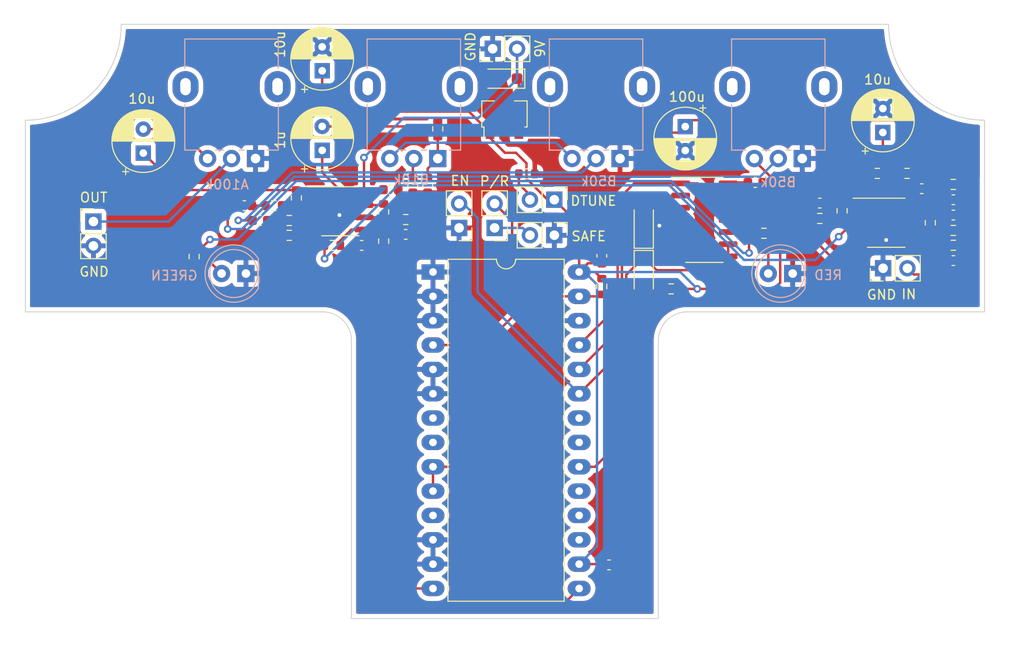
<source format=kicad_pcb>
(kicad_pcb (version 20221018) (generator pcbnew)
  (layers (0 "F.Cu" signal) (31 "B.Cu" signal) (34 "B.Paste" user) (35 "F.Paste" user) (36 "B.SilkS" user "B.Silkscreen") (37 "F.SilkS" user "F.Silkscreen") (38 "B.Mask" user) (39 "F.Mask" user) (44 "Edge.Cuts" user))
  (net 0 "")
  (net 1 "+5V")
  (net 2 "GND")
  (net 3 "Net-(C2-Pad1)")
  (net 4 "Net-(C2-Pad2)")
  (net 5 "IN1")
  (net 6 "Net-(U1B-+)")
  (net 7 "Net-(C4-Pad2)")
  (net 8 "Net-(C5-Pad1)")
  (net 9 "Net-(C5-Pad2)")
  (net 10 "+9V")
  (net 11 "4.5V")
  (net 12 "Net-(U2-SP+)")
  (net 13 "Net-(C13-Pad2)")
  (net 14 "Net-(U2-SP)")
  (net 15 "Net-(C14-Pad2)")
  (net 16 "Net-(C15-Pad1)")
  (net 17 "Net-(C15-Pad2)")
  (net 18 "Net-(C16-Pad1)")
  (net 19 "Net-(C17-Pad1)")
  (net 20 "Net-(C18-Pad1)")
  (net 21 "Net-(C18-Pad2)")
  (net 22 "Net-(C19-Pad1)")
  (net 23 "Net-(C19-Pad2)")
  (net 24 "Net-(C20-Pad1)")
  (net 25 "Net-(C20-Pad2)")
  (net 26 "Net-(D1-K)")
  (net 27 "Net-(D1-A)")
  (net 28 "Net-(D2-A)")
  (net 29 "Net-(D3-A)")
  (net 30 "Net-(D5-A)")
  (net 31 "Net-(J2-Pin_2)")
  (net 32 "Net-(J3-Pin_2)")
  (net 33 "Net-(J4-Pin_2)")
  (net 34 "Net-(R2-Pad2)")
  (net 35 "Net-(U2-ANA_IN)")
  (net 36 "Net-(U1B--)")
  (net 37 "Net-(U1A--)")
  (net 38 "Net-(R13-Pad1)")
  (net 39 "Net-(U4B--)")
  (net 40 "Net-(U4B-+)")
  (net 41 "Net-(U4A-+)")
  (net 42 "Net-(U4A--)")
  (net 43 "Net-(RV1-Pad3)")
  (net 44 "OUT1")
  (net 53 "Net-(U2-~{EOM})")
  (footprint "Package_SO:SO-14_3.9x8.65mm_P1.27mm" (layer "F.Cu") (at 70.8 20.4)
    (fp_text reference "U3" hide)
    (fp_text value "CD4001BM")
  )
  (footprint "Resistor_SMD:R_0603_1608Metric" (layer "F.Cu") (at 25.91 18.915)
    (fp_text reference "R22" hide)
    (fp_text value "10k")
  )
  (footprint "Capacitor_SMD:C_0603_1608Metric" (layer "F.Cu") (at 96.75 18.3 180)
    (fp_text reference "C2" hide)
    (fp_text value "100n")
  )
  (footprint "Capacitor_SMD:C_0603_1608Metric" (layer "F.Cu") (at 41.95 16.8 -90)
    (fp_text reference "C16" hide)
    (fp_text value "22n")
  )
  (footprint "Capacitor_SMD:C_0603_1608Metric" (layer "F.Cu") (at 24.46 20.465)
    (fp_text reference "C18" hide)
    (fp_text value "100n")
  )
  (footprint "Capacitor_SMD:C_0603_1608Metric" (layer "F.Cu") (at 40.4 16.8 -90)
    (fp_text reference "C17" hide)
    (fp_text value "220n")
  )
  (footprint "Capacitor_SMD:C_0603_1608Metric" (layer "F.Cu") (at 35.06 23.065)
    (fp_text reference "C14" hide)
    (fp_text value "100n")
  )
  (footprint "Capacitor_SMD:C_0603_1608Metric" (layer "F.Cu") (at 96.75 24.65 180)
    (fp_text reference "C3" hide)
    (fp_text value "100n")
  )
  (footprint "Package_SO:SOIC-8_3.9x4.9mm_P1.27mm" (layer "F.Cu") (at 32.835 19.5)
    (fp_text reference "U4" hide)
    (fp_text value "TL072")
  )
  (footprint "Capacitor_SMD:C_0603_1608Metric" (layer "F.Cu") (at 93.45 17.15 180)
    (fp_text reference "C6" hide)
    (fp_text value "100n")
  )
  (footprint "Connector_PinHeader_2.54mm:PinHeader_1x02_P2.54mm_Vertical" (layer "F.Cu") (at 7.1 20.575)
    (fp_text reference "J7" hide)
    (fp_text value "OUT")
  )
  (footprint "Resistor_SMD:R_0603_1608Metric" (layer "F.Cu") (at 32.01 23.065 180)
    (fp_text reference "R16" hide)
    (fp_text value "470k")
  )
  (footprint "Resistor_SMD:R_0603_1608Metric" (layer "F.Cu") (at 77 21.8)
    (fp_text reference "R13" hide)
    (fp_text value "1k")
  )
  (footprint "Diode_SMD:D_SOD-123" (layer "F.Cu") (at 64.475 21 90)
    (fp_text reference "D1" hide)
    (fp_text value "1N4148W")
  )
  (footprint "Capacitor_SMD:C_0603_1608Metric" (layer "F.Cu") (at 38.1 17.25 180)
    (fp_text reference "C7" hide)
    (fp_text value "100n")
  )
  (footprint "Resistor_SMD:R_0603_1608Metric" (layer "F.Cu") (at 91.925 15.55)
    (fp_text reference "R9" hide)
    (fp_text value "10k")
  )
  (footprint "Resistor_SMD:R_0603_1608Metric" (layer "F.Cu") (at 28.26 18.115 90)
    (fp_text reference "R21" hide)
    (fp_text value "47k")
  )
  (footprint "Diode_SMD:D_SOD-123F" (layer "F.Cu") (at 49.865 5.66738 180)
    (fp_text reference "D4" hide)
    (fp_text value "SM4007")
  )
  (footprint "Resistor_SMD:R_0603_1608Metric" (layer "F.Cu") (at 17.6 24.225 90)
    (fp_text reference "R2" hide)
    (fp_text value "1k")
  )
  (footprint "Resistor_SMD:R_0603_1608Metric" (layer "F.Cu") (at 88.825 15.55)
    (fp_text reference "R10" hide)
    (fp_text value "10k")
  )
  (footprint "Resistor_SMD:R_0603_1608Metric" (layer "F.Cu") (at 60.1 27.35 90)
    (fp_text reference "R11" hide)
    (fp_text value "47k")
  )
  (footprint "Capacitor_SMD:C_0603_1608Metric" (layer "F.Cu") (at 60.1 24.15 90)
    (fp_text reference "C12" hide)
    (fp_text value "100n")
  )
  (footprint "Resistor_SMD:R_0603_1608Metric" (layer "F.Cu") (at 96.75 23.05 180)
    (fp_text reference "R4" hide)
    (fp_text value "470k")
  )
  (footprint "Resistor_SMD:R_0603_1608Metric" (layer "F.Cu") (at 27.51 22.015 180)
    (fp_text reference "R20" hide)
    (fp_text value "10k")
  )
  (footprint "Package_DIP:DIP-28_W15.24mm_LongPads" (layer "F.Cu") (at 42.5 25.84)
    (fp_text reference "U2" hide)
    (fp_text value "~")
  )
  (footprint "Capacitor_THT:CP_Radial_D6.3mm_P2.50mm" (layer "F.Cu") (at 68.8 10.667621 -90)
    (fp_text reference "C11" hide)
    (fp_text value "100u")
  )
  (footprint "Connector_PinHeader_2.54mm:PinHeader_1x02_P2.54mm_Vertical" (layer "F.Cu") (at 55.15 18.3 -90)
    (fp_text reference "J4" hide)
    (fp_text value "DTUNE")
  )
  (footprint "Resistor_SMD:R_0603_1608Metric" (layer "F.Cu") (at 94.35 20.7 90)
    (fp_text reference "R5" hide)
    (fp_text value "10k")
  )
  (footprint "Connector_PinHeader_2.54mm:PinHeader_1x02_P2.54mm_Vertical" (layer "F.Cu") (at 89.425 25.45 90)
    (fp_text reference "J6" hide)
    (fp_text value "IN")
  )
  (footprint "Package_TO_SOT_SMD:SOT-89-3" (layer "F.Cu") (at 49.95 9.35 90)
    (fp_text reference "U5" hide)
    (fp_text value "L78L05_SOT89")
  )
  (footprint "Connector_PinHeader_2.54mm:PinHeader_1x02_P2.54mm_Vertical" (layer "F.Cu") (at 48.725 2.55 90)
    (fp_text reference "J5" hide)
    (fp_text value "PWR")
  )
  (footprint "Connector_PinHeader_2.54mm:PinHeader_1x02_P2.54mm_Vertical" (layer "F.Cu") (at 45.225 21.24 180)
    (fp_text reference "J1" hide)
    (fp_text value "EN")
  )
  (footprint "Capacitor_SMD:C_0603_1608Metric" (layer "F.Cu") (at 82.825 18.65 180)
    (fp_text reference "C5" hide)
    (fp_text value "100n")
  )
  (footprint "Capacitor_SMD:C_0603_1608Metric" (layer "F.Cu") (at 39.66 21.915)
    (fp_text reference "C13" hide)
    (fp_text value "100n")
  )
  (footprint "Resistor_SMD:R_0603_1608Metric" (layer "F.Cu") (at 96.75 21.5 180)
    (fp_text reference "R6" hide)
    (fp_text value "10k")
  )
  (footprint "Capacitor_THT:CP_Radial_D6.3mm_P2.50mm" (layer "F.Cu") (at 89.4 11.282379 90)
    (fp_text reference "C9" hide)
    (fp_text value "10u")
  )
  (footprint "Capacitor_SMD:C_0603_1608Metric" (layer "F.Cu") (at 76.1 16.5 180)
    (fp_text reference "C8" hide)
    (fp_text value "100n")
  )
  (footprint "Resistor_SMD:R_0603_1608Metric" (layer "F.Cu") (at 67.325 27.6)
    (fp_text reference "R1" hide)
    (fp_text value "47k")
  )
  (footprint "Capacitor_SMD:C_0603_1608Metric" (layer "F.Cu") (at 96.75 19.9)
    (fp_text reference "C4" hide)
    (fp_text value "100n")
  )
  (footprint "Connector_PinHeader_2.54mm:PinHeader_1x02_P2.54mm_Vertical" (layer "F.Cu") (at 55.15 22 -90)
    (fp_text reference "J2" hide)
    (fp_text value "SAFE")
  )
  (footprint "Capacitor_THT:CP_Radial_D6.3mm_P2.50mm" (layer "F.Cu") (at 30.95 4.85 90)
    (fp_text reference "C10" hide)
    (fp_text value "10u")
  )
  (footprint "Capacitor_SMD:C_0603_1608Metric" (layer "F.Cu") (at 60.85 56.4)
    (fp_text reference "C1" hide)
    (fp_text value "100n")
  )
  (footprint "Resistor_SMD:R_0603_1608Metric" (layer "F.Cu") (at 96.75 16.7)
    (fp_text reference "R3" hide)
    (fp_text value "10k")
  )
  (footprint "Resistor_SMD:R_0603_1608Metric" (layer "F.Cu") (at 37.36 22.615 90)
    (fp_text reference "R15" hide)
    (fp_text value "10k")
  )
  (footprint "Diode_SMD:D_SOD-123" (layer "F.Cu") (at 64.475 25.95 -90)
    (fp_text reference "D2" hide)
    (fp_text value "1N4148W")
  )
  (footprint "Resistor_SMD:R_0603_1608Metric" (layer "F.Cu") (at 27.51 20.465)
    (fp_text reference "R19" hide)
    (fp_text value "10k")
  )
  (footprint "Resistor_SMD:R_0603_1608Metric" (layer "F.Cu") (at 37.36 19.565 90)
    (fp_text reference "R17" hide)
    (fp_text value "22k")
  )
  (footprint "Resistor_SMD:R_0603_1608Metric" (layer "F.Cu") (at 39.66 20.365 180)
    (fp_text reference "R14" hide)
    (fp_text value "10k")
  )
  (footprint "Package_SO:SOIC-8_3.9x4.9mm_P1.27mm" (layer "F.Cu") (at 89.75 20.7)
    (fp_text reference "U1" hide)
    (fp_text value "TL072")
  )
  (footprint "Resistor_SMD:R_0603_1608Metric" (layer "F.Cu") (at 52.275 15.6 180)
    (fp_text reference "R12" hide)
    (fp_text value "22")
  )
  (footprint "Capacitor_THT:CP_Radial_D6.3mm_P2.50mm" (layer "F.Cu") (at 30.95 13.15 90)
    (fp_text reference "C15" hide)
    (fp_text value "1u")
  )
  (footprint "Resistor_SMD:R_0603_1608Metric" (layer "F.Cu") (at 82.825 20.25)
    (fp_text reference "R7" hide)
    (fp_text value "10k")
  )
  (footprint "Capacitor_THT:CP_Radial_D6.3mm_P2.50mm" (layer "F.Cu") (at 12.3 13.43238 90)
    (fp_text reference "C19" hide)
    (fp_text value "10u")
  )
  (footprint "Connector_PinHeader_2.54mm:PinHeader_1x02_P2.54mm_Vertical" (layer "F.Cu") (at 48.925 21.24 180)
    (fp_text reference "J3" hide)
    (fp_text value "P/R")
  )
  (footprint "Resistor_SMD:R_0603_1608Metric" (layer "F.Cu") (at 43 10.9 -90)
    (fp_text reference "R18" hide)
    (fp_text value "1k")
  )
  (footprint "Resistor_SMD:R_0603_1608Metric" (layer "F.Cu") (at 85.15 19.45 90)
    (fp_text reference "R8" hide)
    (fp_text value "22k")
  )
  (footprint "Capacitor_SMD:C_0603_1608Metric" (layer "F.Cu") (at 22.835 18.915)
    (fp_text reference "C20" hide)
    (fp_text value "100n")
  )
  (footprint "LED_THT:LED_D5.0mm" (layer "B.Cu") (at 23 26 180)
    (fp_text reference "D3" hide)
    (fp_text value "GREEN")
  )
  (footprint "Potentiometer_THT:Potentiometer_Alpha_RD901F-40-00D_Single_Vertical" (layer "B.Cu") (at 81 14 90)
    (fp_text reference "RV4" hide)
    (fp_text value "B50k")
  )
  (footprint "LED_THT:LED_D5.0mm" (layer "B.Cu") (at 80 26 180)
    (fp_text reference "D5" hide)
    (fp_text value "RED")
  )
  (footprint "Potentiometer_THT:Potentiometer_Alpha_RD901F-40-00D_Single_Vertical" (layer "B.Cu") (at 24 14 90)
    (fp_text reference "RV3" hide)
    (fp_text value "A100k")
  )
  (footprint "Potentiometer_THT:Potentiometer_Alpha_RD901F-40-00D_Single_Vertical" (layer "B.Cu") (at 62 14 90)
    (fp_text reference "RV2" hide)
    (fp_text value "B50k")
  )
  (footprint "Potentiometer_THT:Potentiometer_Alpha_RD901F-40-00D_Single_Vertical" (layer "B.Cu") (at 43 14 90)
    (fp_text reference "RV1" hide)
    (fp_text value "B10k")
  )
  (gr_line (start 0 30) (end 31 30) (stroke (width 0.1)) (layer "Edge.Cuts"))
  (gr_line (start 0 10) (end 0 30) (stroke (width 0.1)) (layer "Edge.Cuts"))
  (gr_line (start 66 33) (end 66 62) (stroke (width 0.1)) (layer "Edge.Cuts"))
  (gr_line (start 100 10) (end 100 30) (stroke (width 0.1)) (layer "Edge.Cuts"))
  (gr_line (start 34 62) (end 66 62) (stroke (width 0.1)) (layer "Edge.Cuts"))
  (gr_line (start 34 33) (end 34 62) (stroke (width 0.1)) (layer "Edge.Cuts"))
  (gr_arc (start 10 0) (mid 7.071068 7.071068) (end 0 10) (stroke (width 0.1)) (layer "Edge.Cuts"))
  (gr_arc (start 31 30) (mid 33.12132 30.87868) (end 34 33) (stroke (width 0.1)) (layer "Edge.Cuts"))
  (gr_arc (start 100 10) (mid 92.928932 7.071068) (end 90 0) (stroke (width 0.1)) (layer "Edge.Cuts"))
  (gr_line (start 10 0) (end 90 0) (stroke (width 0.1)) (layer "Edge.Cuts"))
  (gr_arc (start 66 33) (mid 66.87868 30.87868) (end 69 30) (stroke (width 0.1)) (layer "Edge.Cuts"))
  (gr_line (start 69 30) (end 100 30) (stroke (width 0.1)) (layer "Edge.Cuts"))
  (gr_text "GREEN" (at 18.05 26.8) (layer "B.SilkS") (effects (font (size 1 1)) (justify left bottom mirror)))
  (gr_text "B50k" (at 80.45 17.05) (layer "B.SilkS") (effects (font (size 1 1)) (justify left bottom mirror)))
  (gr_text "B10k" (at 42.2 16.8) (layer "B.SilkS") (effects (font (size 1 1)) (justify left bottom mirror)))
  (gr_text "B50k" (at 61.75 16.95) (layer "B.SilkS") (effects (font (size 1 1)) (justify left bottom mirror)))
  (gr_text "A100k" (at 23.4 17.3) (layer "B.SilkS") (effects (font (size 1 1)) (justify left bottom mirror)))
  (gr_text "RED" (at 85.25 26.75) (layer "B.SilkS") (effects (font (size 1 1)) (justify left bottom mirror)))
  (gr_text "10u" (at 87.35 6.35) (layer "F.SilkS") (effects (font (size 1 1)) (justify left bottom)))
  (gr_text "SAFE" (at 56.85 22.7) (layer "F.SilkS") (effects (font (size 1 1)) (justify left bottom)))
  (gr_text "DTUNE" (at 56.75 19) (layer "F.SilkS") (effects (font (size 1 1)) (justify left bottom)))
  (gr_text "P/R" (at 47.3 16.95) (layer "F.SilkS") (effects (font (size 1 1)) (justify left bottom)))
  (gr_text "1u" (at 27.15 13.1 90) (layer "F.SilkS") (effects (font (size 1 1)) (justify left bottom)))
  (gr_text "10u" (at 10.65 8.35) (layer "F.SilkS") (effects (font (size 1 1)) (justify left bottom)))
  (gr_text "GND" (at 47 3.95 90) (layer "F.SilkS") (effects (font (size 1 1)) (justify left bottom)))
  (gr_text "EN" (at 44.25 16.9) (layer "F.SilkS") (effects (font (size 1 1)) (justify left bottom)))
  (gr_text "9V" (at 54.25 3.55 90) (layer "F.SilkS") (effects (font (size 1 1)) (justify left bottom)))
  (gr_text "10u" (at 27.15 3.6 90) (layer "F.SilkS") (effects (font (size 1 1)) (justify left bottom)))
  (gr_text "GND" (at 5.55 26.4) (layer "F.SilkS") (effects (font (size 1 1)) (justify left bottom)))
  (gr_text "GND" (at 87.65 28.8) (layer "F.SilkS") (effects (font (size 1 1)) (justify left bottom)))
  (gr_text "100u" (at 67 8.15) (layer "F.SilkS") (effects (font (size 1 1)) (justify left bottom)))
  (gr_text "OUT" (at 5.6 18.65) (layer "F.SilkS") (effects (font (size 1 1)) (justify left bottom)))
  (gr_text "IN" (at 91.25 28.75) (layer "F.SilkS") (effects (font (size 1 1)) (justify left bottom)))
  (segment (start 57.74 25.84) (end 59.415 25.84) (width 0.25) (layer "F.Cu") (net 1))
  (segment (start 60.1 24.925) (end 58.655 24.925) (width 0.25) (layer "F.Cu") (net 1))
  (segment (start 55.15 18.3) (end 57.74 20.89) (width 0.25) (layer "F.Cu") (net 1))
  (segment (start 70.05 27.6) (end 78.05 27.6) (width 0.25) (layer "F.Cu") (net 1))
  (segment (start 54.45 18.3) (end 55.15 18.3) (width 0.25) (layer "F.Cu") (net 1))
  (segment (start 75.325 17.725) (end 75.325 16.5) (width 0.25) (layer "F.Cu") (net 1))
  (segment (start 57.74 56.32) (end 59.995 56.32) (width 0.25) (layer "F.Cu") (net 1))
  (segment (start 73.365 16.5) (end 73.275 16.59) (width 0.25) (layer "F.Cu") (net 1))
  (segment (start 68.15 27.6) (end 70.05 27.6) (width 0.25) (layer "F.Cu") (net 1))
  (segment (start 75.325 16.5) (end 73.365 16.5) (width 0.25) (layer "F.Cu") (net 1))
  (segment (start 59.415 25.84) (end 60.1 26.525) (width 0.25) (layer "F.Cu") (net 1))
  (segment (start 30.95 4.85) (end 30.95 6.3) (width 0.25) (layer "F.Cu") (net 1))
  (segment (start 48.45 11.3) (end 48.45 11.85) (width 0.25) (layer "F.Cu") (net 1))
  (segment (start 78.7 21.1) (end 75.325 17.725) (width 0.25) (layer "F.Cu") (net 1))
  (segment (start 52.25 14.5) (end 52.25 16.1) (width 0.25) (layer "F.Cu") (net 1))
  (segment (start 30.95 6.3) (end 33.75 9.1) (width 0.25) (layer "F.Cu") (net 1))
  (segment (start 52.25 16.1) (end 54.45 18.3) (width 0.25) (layer "F.Cu") (net 1))
  (segment (start 59.995 56.32) (end 60.075 56.4) (width 0.25) (layer "F.Cu") (net 1))
  (segment (start 46.25 9.1) (end 48.45 11.3) (width 0.25) (layer "F.Cu") (net 1))
  (segment (start 50 13.4) (end 51.15 13.4) (width 0.25) (layer "F.Cu") (net 1))
  (segment (start 78.05 27.6) (end 78.7 26.95) (width 0.25) (layer "F.Cu") (net 1))
  (segment (start 78.7 26.95) (end 78.7 21.1) (width 0.25) (layer "F.Cu") (net 1))
  (segment (start 57.74 20.89) (end 57.74 25.84) (width 0.25) (layer "F.Cu") (net 1))
  (segment (start 58.655 24.925) (end 57.74 25.84) (width 0.25) (layer "F.Cu") (net 1))
  (segment (start 48.45 11.85) (end 50 13.4) (width 0.25) (layer "F.Cu") (net 1))
  (segment (start 33.75 9.1) (end 46.25 9.1) (width 0.25) (layer "F.Cu") (net 1))
  (segment (start 51.15 13.4) (end 52.25 14.5) (width 0.25) (layer "F.Cu") (net 1))
  (via (at 70.05 27.6) (size 0.8) (drill 0.4) (layers "F.Cu" "B.Cu") (net 1))
  (segment (start 58.29 25.84) (end 59.6 27.15) (width 0.25) (layer "B.Cu") (net 1))
  (segment (start 68.29 25.84) (end 70.05 27.6) (width 0.25) (layer "B.Cu") (net 1))
  (segment (start 57.74 25.84) (end 68.29 25.84) (width 0.25) (layer "B.Cu") (net 1))
  (segment (start 59.6 27.15) (end 59.6 54.46) (width 0.25) (layer "B.Cu") (net 1))
  (segment (start 59.6 54.46) (end 57.74 56.32) (width 0.25) (layer "B.Cu") (net 1))
  (segment (start 57.74 25.84) (end 58.29 25.84) (width 0.25) (layer "B.Cu") (net 1))
  (segment (start 88 14.95) (end 88 15.55) (width 0.25) (layer "F.Cu") (net 2))
  (segment (start 32.75 20.45) (end 32.75 19.9) (width 0.25) (layer "F.Cu") (net 2))
  (segment (start 87.855 22.605) (end 87.275 22.605) (width 0.25) (layer "F.Cu") (net 2))
  (segment (start 30.36 21.405) (end 31.795 21.405) (width 0.25) (layer "F.Cu") (net 2))
  (segment (start 31.795 21.405) (end 32.75 20.45) (width 0.25) (layer "F.Cu") (net 2))
  (via (at 32.75 19.9) (size 0.8) (drill 0.4) (layers "F.Cu" "B.Cu") (net 2))
  (via (at 66.1 21) (size 0.8) (drill 0.4) (layers "F.Cu" "B.Cu") (net 2))
  (via (at 89.75 22.5) (size 0.8) (drill 0.4) (layers "F.Cu" "B.Cu") (net 2))
  (segment (start 97.575 16.65) (end 97.575 18.2) (width 0.25) (layer "F.Cu") (net 3))
  (segment (start 97.575 18.2) (end 97.525 18.25) (width 0.25) (layer "F.Cu") (net 3))
  (segment (start 95.95 19.875) (end 95.975 19.85) (width 0.25) (layer "F.Cu") (net 4))
  (segment (start 95.975 19.85) (end 95.975 18.25) (width 0.25) (layer "F.Cu") (net 4))
  (segment (start 94.35 19.875) (end 95.95 19.875) (width 0.25) (layer "F.Cu") (net 4))
  (segment (start 92.225 20.065) (end 94.16 20.065) (width 0.25) (layer "F.Cu") (net 4))
  (segment (start 94.16 20.065) (end 94.35 19.875) (width 0.25) (layer "F.Cu") (net 4))
  (segment (start 96.075 26.1) (end 97.525 24.65) (width 0.25) (layer "F.Cu") (net 5))
  (segment (start 92.615 26.1) (end 96.075 26.1) (width 0.25) (layer "F.Cu") (net 5))
  (segment (start 91.965 25.45) (end 92.615 26.1) (width 0.25) (layer "F.Cu") (net 5))
  (segment (start 95.975 24.65) (end 95.975 23.1) (width 0.25) (layer "F.Cu") (net 6))
  (segment (start 92.225 22.605) (end 95.48 22.605) (width 0.25) (layer "F.Cu") (net 6))
  (segment (start 95.48 22.605) (end 95.925 23.05) (width 0.25) (layer "F.Cu") (net 6))
  (segment (start 95.975 23.1) (end 95.925 23.05) (width 0.25) (layer "F.Cu") (net 6))
  (segment (start 98.4 25.45) (end 96.15 27.7) (width 0.25) (layer "F.Cu") (net 7))
  (segment (start 87.45 27.7) (end 82 22.25) (width 0.25) (layer "F.Cu") (net 7))
  (segment (start 98.4 20.775) (end 98.4 25.45) (width 0.25) (layer "F.Cu") (net 7))
  (segment (start 96.15 27.7) (end 87.45 27.7) (width 0.25) (layer "F.Cu") (net 7))
  (segment (start 97.525 19.9) (end 98.4 20.775) (width 0.25) (layer "F.Cu") (net 7))
  (segment (start 82 22.25) (end 82 20.25) (width 0.25) (layer "F.Cu") (net 7))
  (segment (start 85.15 18.625) (end 83.625 18.625) (width 0.25) (layer "F.Cu") (net 8))
  (segment (start 85.32 18.795) (end 85.15 18.625) (width 0.25) (layer "F.Cu") (net 8))
  (segment (start 83.625 18.625) (end 83.6 18.65) (width 0.25) (layer "F.Cu") (net 8))
  (segment (start 87.275 18.795) (end 85.32 18.795) (width 0.25) (layer "F.Cu") (net 8))
  (segment (start 76 14) (end 76 14.2) (width 0.25) (layer "F.Cu") (net 9))
  (segment (start 76 14.2) (end 80.45 18.65) (width 0.25) (layer "F.Cu") (net 9))
  (segment (start 80.45 18.65) (end 82.05 18.65) (width 0.25) (layer "F.Cu") (net 9))
  (segment (start 92.75 17.125) (end 92.725 17.15) (width 0.25) (layer "F.Cu") (net 10))
  (segment (start 35.31 13.91) (end 35.3 13.9) (width 0.25) (layer "F.Cu") (net 10))
  (segment (start 90.65 10) (end 92.75 12.1) (width 0.25) (layer "F.Cu") (net 10))
  (segment (start 92.75 12.1) (end 92.75 15.55) (width 0.25) (layer "F.Cu") (net 10))
  (segment (start 92.75 15.55) (end 92.75 17.125) (width 0.25) (layer "F.Cu") (net 10))
  (segment (start 68.8 10.667621) (end 69.467621 10) (width 0.25) (layer "F.Cu") (net 10))
  (segment (start 92.225 18.795) (end 92.225 17.65) (width 0.25) (layer "F.Cu") (net 10))
  (segment (start 51.45 5.85238) (end 51.45 11.3) (width 0.25) (layer "F.Cu") (net 10))
  (segment (start 35.31 17.595) (end 35.31 13.91) (width 0.25) (layer "F.Cu") (net 10))
  (segment (start 69.467621 10) (end 90.65 10) (width 0.25) (layer "F.Cu") (net 10))
  (segment (start 92.225 17.65) (end 92.725 17.15) (width 0.25) (layer "F.Cu") (net 10))
  (segment (start 51.265 2.55) (end 51.265 5.66738) (width 0.25) (layer "F.Cu") (net 10))
  (segment (start 35.31 17.595) (end 36.98 17.595) (width 0.25) (layer "F.Cu") (net 10))
  (segment (start 68.167621 11.3) (end 68.8 10.667621) (width 0.25) (layer "F.Cu") (net 10))
  (segment (start 36.98 17.595) (end 37.325 17.25) (width 0.25) (layer "F.Cu") (net 10))
  (segment (start 51.265 5.66738) (end 51.45 5.85238) (width 0.25) (layer "F.Cu") (net 10))
  (segment (start 51.45 11.3) (end 68.167621 11.3) (width 0.25) (layer "F.Cu") (net 10))
  (via (at 35.3 13.9) (size 0.8) (drill 0.4) (layers "F.Cu" "B.Cu") (net 10))
  (segment (start 39.45 9.75) (end 47.25 9.75) (width 0.25) (layer "B.Cu") (net 10))
  (segment (start 35.3 13.9) (end 39.45 9.75) (width 0.25) (layer "B.Cu") (net 10))
  (segment (start 47.25 9.75) (end 51.265 5.735) (width 0.25) (layer "B.Cu") (net 10))
  (segment (start 51.265 5.735) (end 51.265 2.55) (width 0.25) (layer "B.Cu") (net 10))
  (segment (start 87.275 21.335) (end 85.615 21.335) (width 0.25) (layer "F.Cu") (net 11))
  (segment (start 89.4 15.3) (end 89.4 11.282379) (width 0.25) (layer "F.Cu") (net 11))
  (segment (start 89.27 20.7) (end 88.635 21.335) (width 0.25) (layer "F.Cu") (net 11))
  (segment (start 26.685 22.015) (end 27.735 23.065) (width 0.25) (layer "F.Cu") (net 11))
  (segment (start 97.575 23.05) (end 97.575 21.45) (width 0.25) (layer "F.Cu") (net 11))
  (segment (start 27.735 23.065) (end 31.185 23.065) (width 0.25) (layer "F.Cu") (net 11))
  (segment (start 89.65 15.55) (end 89.65 20.32) (width 0.25) (layer "F.Cu") (net 11))
  (segment (start 31.2 23.08) (end 31.2 24.45) (width 0.25) (layer "F.Cu") (net 11))
  (segment (start 96.825 20.7) (end 89.27 20.7) (width 0.25) (layer "F.Cu") (net 11))
  (segment (start 91.1 15.55) (end 89.65 15.55) (width 0.25) (layer "F.Cu") (net 11))
  (segment (start 31.185 23.065) (end 31.2 23.08) (width 0.25) (layer "F.Cu") (net 11))
  (segment (start 88.635 21.335) (end 87.275 21.335) (width 0.25) (layer "F.Cu") (net 11))
  (segment (start 89.65 20.32) (end 89.27 20.7) (width 0.25) (layer "F.Cu") (net 11))
  (segment (start 89.65 15.55) (end 89.4 15.3) (width 0.25) (layer "F.Cu") (net 11))
  (segment (start 97.575 21.45) (end 96.825 20.7) (width 0.25) (layer "F.Cu") (net 11))
  (segment (start 85.615 21.335) (end 84.8 22.15) (width 0.25) (layer "F.Cu") (net 11))
  (via (at 31.2 24.45) (size 0.8) (drill 0.4) (layers "F.Cu" "B.Cu") (net 11))
  (via (at 84.8 22.15) (size 0.8) (drill 0.4) (layers "F.Cu" "B.Cu") (net 11))
  (segment (start 74.925 24.575) (end 67.15 16.8) (width 0.25) (layer "B.Cu") (net 11))
  (segment (start 38.85 16.8) (end 31.2 24.45) (width 0.25) (layer "B.Cu") (net 11))
  (segment (start 84.8 22.15) (end 82.375 24.575) (width 0.25) (layer "B.Cu") (net 11))
  (segment (start 82.375 24.575) (end 74.925 24.575) (width 0.25) (layer "B.Cu") (net 11))
  (segment (start 67.15 16.8) (end 38.85 16.8) (width 0.25) (layer "B.Cu") (net 11))
  (segment (start 38.885 21.915) (end 38.885 57.185) (width 0.25) (layer "F.Cu") (net 12))
  (segment (start 40.56 58.86) (end 42.5 58.86) (width 0.25) (layer "F.Cu") (net 12))
  (segment (start 38.885 57.185) (end 40.56 58.86) (width 0.25) (layer "F.Cu") (net 12))
  (segment (start 40.435 21.915) (end 40.435 20.415) (width 0.25) (layer "F.Cu") (net 13))
  (segment (start 40.435 20.415) (end 40.485 20.365) (width 0.25) (layer "F.Cu") (net 13))
  (segment (start 38.435 57.835) (end 38.435 27.485) (width 0.25) (layer "F.Cu") (net 14))
  (segment (start 34.285 23.065) (end 34.285 23.335) (width 0.25) (layer "F.Cu") (net 14))
  (segment (start 34.285 23.335) (end 38.435 27.485) (width 0.25) (layer "F.Cu") (net 14))
  (segment (start 57.74 58.86) (end 56.1 60.5) (width 0.25) (layer "F.Cu") (net 14))
  (segment (start 56.1 60.5) (end 41.1 60.5) (width 0.25) (layer "F.Cu") (net 14))
  (segment (start 41.1 60.5) (end 38.435 57.835) (width 0.25) (layer "F.Cu") (net 14))
  (segment (start 35.835 23.065) (end 36.985 23.065) (width 0.25) (layer "F.Cu") (net 15))
  (segment (start 36.985 23.065) (end 37.36 23.44) (width 0.25) (layer "F.Cu") (net 15))
  (segment (start 30.95 13.15) (end 30.95 15.45) (width 0.25) (layer "F.Cu") (net 16))
  (segment (start 30.95 15.45) (end 34.365 18.865) (width 0.25) (layer "F.Cu") (net 16))
  (segment (start 35.31 18.865) (end 37.235 18.865) (width 0.25) (layer "F.Cu") (net 16))
  (segment (start 34.365 18.865) (end 35.31 18.865) (width 0.25) (layer "F.Cu") (net 16))
  (segment (start 37.235 18.865) (end 37.36 18.74) (width 0.25) (layer "F.Cu") (net 16))
  (segment (start 30.95 10.65) (end 42.425 10.65) (width 0.25) (layer "F.Cu") (net 17))
  (segment (start 42.425 10.65) (end 43 10.075) (width 0.25) (layer "F.Cu") (net 17))
  (segment (start 41.95 16.025) (end 41.95 15.05) (width 0.25) (layer "F.Cu") (net 18))
  (segment (start 41.95 15.05) (end 43 14) (width 0.25) (layer "F.Cu") (net 18))
  (segment (start 43 11.725) (end 43 14) (width 0.25) (layer "F.Cu") (net 18))
  (segment (start 40.4 16.025) (end 40.4 14.1) (width 0.25) (layer "F.Cu") (net 19))
  (segment (start 40.4 14.1) (end 40.5 14) (width 0.25) (layer "F.Cu") (net 19))
  (segment (start 23.685 20.465) (end 23.67 20.45) (width 0.25) (layer "F.Cu") (net 20))
  (segment (start 23.67 20.45) (end 22.2 20.45) (width 0.25) (layer "F.Cu") (net 20))
  (via (at 22.2 20.45) (size 0.8) (drill 0.4) (layers "F.Cu" "B.Cu") (net 20))
  (segment (start 22.2 20.45) (end 22.863604 20.45) (width 0.25) (layer "B.Cu") (net 20))
  (segment (start 22.863604 20.45) (end 27.863604 15.45) (width 0.25) (layer "B.Cu") (net 20))
  (segment (start 27.863604 15.45) (end 58.05 15.45) (width 0.25) (layer "B.Cu") (net 20))
  (segment (start 58.05 15.45) (end 59.5 14) (width 0.25) (layer "B.Cu") (net 20))
  (segment (start 26.685 20.465) (end 25.235 20.465) (width 0.25) (layer "F.Cu") (net 21))
  (segment (start 16.15762 17.29) (end 28.26 17.29) (width 0.25) (layer "F.Cu") (net 22))
  (segment (start 30.36 17.595) (end 28.565 17.595) (width 0.25) (layer "F.Cu") (net 22))
  (segment (start 28.565 17.595) (end 28.26 17.29) (width 0.25) (layer "F.Cu") (net 22))
  (segment (start 12.3 13.43238) (end 16.15762 17.29) (width 0.25) (layer "F.Cu") (net 22))
  (segment (start 12.3 10.93238) (end 15.93238 10.93238) (width 0.25) (layer "F.Cu") (net 23))
  (segment (start 15.93238 10.93238) (end 19 14) (width 0.25) (layer "F.Cu") (net 23))
  (segment (start 21.1 19.5) (end 21.685 18.915) (width 0.25) (layer "F.Cu") (net 24))
  (segment (start 21.685 18.915) (end 22.06 18.915) (width 0.25) (layer "F.Cu") (net 24))
  (segment (start 21.1 21.35) (end 21.1 19.5) (width 0.25) (layer "F.Cu") (net 24))
  (via (at 21.1 21.35) (size 0.8) (drill 0.4) (layers "F.Cu" "B.Cu") (net 24))
  (segment (start 76.6 15.9) (end 78.5 14) (width 0.25) (layer "B.Cu") (net 24))
  (segment (start 28.05 15.9) (end 76.6 15.9) (width 0.25) (layer "B.Cu") (net 24))
  (segment (start 22.6 21.35) (end 28.05 15.9) (width 0.25) (layer "B.Cu") (net 24))
  (segment (start 21.1 21.35) (end 22.6 21.35) (width 0.25) (layer "B.Cu") (net 24))
  (segment (start 25.085 18.915) (end 23.61 18.915) (width 0.25) (layer "F.Cu") (net 25))
  (segment (start 73.275 22.94) (end 73.275 24.21) (width 0.25) (layer "F.Cu") (net 26))
  (segment (start 62.65 26.125) (end 64.475 24.3) (width 0.25) (layer "F.Cu") (net 26))
  (segment (start 71.835 25.65) (end 73.275 24.21) (width 0.25) (layer "F.Cu") (net 26))
  (segment (start 64.475 22.65) (end 64.475 24.3) (width 0.25) (layer "F.Cu") (net 26))
  (segment (start 65.825 25.65) (end 71.835 25.65) (width 0.25) (layer "F.Cu") (net 26))
  (segment (start 62.65 31.09) (end 62.65 26.125) (width 0.25) (layer "F.Cu") (net 26))
  (segment (start 57.74 36) (end 62.65 31.09) (width 0.25) (layer "F.Cu") (net 26))
  (segment (start 64.475 24.3) (end 65.825 25.65) (width 0.25) (layer "F.Cu") (net 26))
  (segment (start 68.325 19.13) (end 64.695 19.13) (width 0.25) (layer "F.Cu") (net 27))
  (segment (start 64.695 19.13) (end 64.475 19.35) (width 0.25) (layer "F.Cu") (net 27))
  (segment (start 57.74 38.54) (end 63.1 33.18) (width 0.25) (layer "F.Cu") (net 28))
  (segment (start 63.1 33.18) (end 63.1 28.975) (width 0.25) (layer "F.Cu") (net 28))
  (segment (start 63.1 28.975) (end 64.475 27.6) (width 0.25) (layer "F.Cu") (net 28))
  (segment (start 64.475 27.6) (end 66.5 27.6) (width 0.25) (layer "F.Cu") (net 28))
  (segment (start 45.65 18.7) (end 47.15 20.2) (width 0.25) (layer "B.Cu") (net 28))
  (segment (start 45.225 18.7) (end 45.65 18.7) (width 0.25) (layer "B.Cu") (net 28))
  (segment (start 47.15 27.95) (end 57.74 38.54) (width 0.25) (layer "B.Cu") (net 28))
  (segment (start 47.15 20.2) (end 47.15 27.95) (width 0.25) (layer "B.Cu") (net 28))
  (segment (start 20.46 26) (end 19.51 25.05) (width 0.25) (layer "F.Cu") (net 29))
  (segment (start 19.51 25.05) (end 17.6 25.05) (width 0.25) (layer "F.Cu") (net 29))
  (segment (start 77.46 22.165) (end 77.46 26) (width 0.25) (layer "F.Cu") (net 30))
  (segment (start 77.825 21.8) (end 77.46 22.165) (width 0.25) (layer "F.Cu") (net 30))
  (segment (start 51.85 21.24) (end 52.61 22) (width 0.25) (layer "B.Cu") (net 31))
  (segment (start 48.925 21.24) (end 51.85 21.24) (width 0.25) (layer "B.Cu") (net 31))
  (segment (start 47.85 33.47) (end 47.84 33.46) (width 0.25) (layer "F.Cu") (net 32))
  (segment (start 61.75 27) (end 60.575 28.175) (width 0.25) (layer "F.Cu") (net 32))
  (segment (start 59.895 28.38) (end 60.1 28.175) (width 0.25) (layer "F.Cu") (net 32))
  (segment (start 63.473604 16.59) (end 61.75 18.313604) (width 0.25) (layer "F.Cu") (net 32))
  (segment (start 47.84 33.46) (end 52.92 28.38) (width 0.25) (layer "F.Cu") (net 32))
  (segment (start 48.925 18.7) (end 50.75 20.525) (width 0.25) (layer "F.Cu") (net 32))
  (segment (start 42.5 33.46) (end 47.84 33.46) (width 0.25) (layer "F.Cu") (net 32))
  (segment (start 42.5 46.16) (end 45.34 46.16) (width 0.25) (layer "F.Cu") (net 32))
  (segment (start 50.75 20.525) (end 50.75 26.21) (width 0.25) (layer "F.Cu") (net 32))
  (segment (start 45.34 46.16) (end 47.85 43.65) (width 0.25) (layer "F.Cu") (net 32))
  (segment (start 50.75 26.21) (end 52.92 28.38) (width 0.25) (layer "F.Cu") (net 32))
  (segment (start 70.09 16.59) (end 71.36 17.86) (width 0.25) (layer "F.Cu") (net 32))
  (segment (start 68.325 16.59) (end 70.09 16.59) (width 0.25) (layer "F.Cu") (net 32))
  (segment (start 73.275 17.86) (end 73.275 19.13) (width 0.25) (layer "F.Cu") (net 32))
  (segment (start 47.85 43.65) (end 47.85 33.47) (width 0.25) (layer "F.Cu") (net 32))
  (segment (start 68.325 16.59) (end 63.473604 16.59) (width 0.25) (layer "F.Cu") (net 32))
  (segment (start 52.92 28.38) (end 57.74 28.38) (width 0.25) (layer "F.Cu") (net 32))
  (segment (start 61.75 18.313604) (end 61.75 27) (width 0.25) (layer "F.Cu") (net 32))
  (segment (start 60.575 28.175) (end 60.1 28.175) (width 0.25) (layer "F.Cu") (net 32))
  (segment (start 57.74 28.38) (end 59.895 28.38) (width 0.25) (layer "F.Cu") (net 32))
  (segment (start 71.36 17.86) (end 73.275 17.86) (width 0.25) (layer "F.Cu") (net 32))
  (segment (start 42.5 46.16) (end 42.5 48.7) (width 0.25) (layer "F.Cu") (net 32))
  (segment (start 51.45 16.65) (end 52.61 17.81) (width 0.25) (layer "F.Cu") (net 33))
  (segment (start 52.61 17.81) (end 52.61 18.3) (width 0.25) (layer "F.Cu") (net 33))
  (segment (start 51.45 15.6) (end 51.45 16.65) (width 0.25) (layer "F.Cu") (net 33))
  (segment (start 17.6 23.4) (end 18.3 23.4) (width 0.25) (layer "F.Cu") (net 34))
  (segment (start 18.3 23.4) (end 19.25 22.45) (width 0.25) (layer "F.Cu") (net 34))
  (segment (start 75.45 22.8) (end 75.45 23.85) (width 0.25) (layer "F.Cu") (net 34))
  (segment (start 74.32 21.67) (end 75.45 22.8) (width 0.25) (layer "F.Cu") (net 34))
  (segment (start 73.275 21.67) (end 74.32 21.67) (width 0.25) (layer "F.Cu") (net 34))
  (via (at 75.45 23.85) (size 0.8) (drill 0.4) (layers "F.Cu" "B.Cu") (net 34))
  (via (at 19.25 22.45) (size 0.8) (drill 0.4) (layers "F.Cu" "B.Cu") (net 34))
  (segment (start 19.25 22.45) (end 22.136396 22.45) (width 0.25) (layer "B.Cu") (net 34))
  (segment (start 67.336396 16.35) (end 74.836396 23.85) (width 0.25) (layer "B.Cu") (net 34))
  (segment (start 22.136396 22.45) (end 28.236396 16.35) (width 0.25) (layer "B.Cu") (net 34))
  (segment (start 74.836396 23.85) (end 75.45 23.85) (width 0.25) (layer "B.Cu") (net 34))
  (segment (start 28.236396 16.35) (end 67.336396 16.35) (width 0.25) (layer "B.Cu") (net 34))
  (segment (start 98.15 15.8) (end 98.85 16.5) (width 0.25) (layer "F.Cu") (net 35))
  (segment (start 95.686396 28.8) (end 66.95 28.8) (width 0.25) (layer "F.Cu") (net 35))
  (segment (start 66.95 28.8) (end 63.85 31.9) (width 0.25) (layer "F.Cu") (net 35))
  (segment (start 95.925 16.325) (end 96.45 15.8) (width 0.25) (layer "F.Cu") (net 35))
  (segment (start 96.45 15.8) (end 98.15 15.8) (width 0.25) (layer "F.Cu") (net 35))
  (segment (start 63.85 41.7) (end 59.39 46.16) (width 0.25) (layer "F.Cu") (net 35))
  (segment (start 59.39 46.16) (end 57.74 46.16) (width 0.25) (layer "F.Cu") (net 35))
  (segment (start 63.85 31.9) (end 63.85 41.7) (width 0.25) (layer "F.Cu") (net 35))
  (segment (start 98.85 16.5) (end 98.85 25.636396) (width 0.25) (layer "F.Cu") (net 35))
  (segment (start 95.925 16.7) (end 95.925 16.325) (width 0.25) (layer "F.Cu") (net 35))
  (segment (start 98.85 25.636396) (end 95.686396 28.8) (width 0.25) (layer "F.Cu") (net 35))
  (segment (start 94.35 21.525) (end 95.85 21.525) (width 0.25) (layer "F.Cu") (net 36))
  (segment (start 94.16 21.335) (end 94.35 21.525) (width 0.25) (layer "F.Cu") (net 36))
  (segment (start 95.85 21.525) (end 95.925 21.45) (width 0.25) (layer "F.Cu") (net 36))
  (segment (start 92.225 21.335) (end 94.16 21.335) (width 0.25) (layer "F.Cu") (net 36))
  (segment (start 83.675 20.275) (end 83.65 20.25) (width 0.25) (layer "F.Cu") (net 37))
  (segment (start 85.36 20.065) (end 85.15 20.275) (width 0.25) (layer "F.Cu") (net 37))
  (segment (start 85.15 20.275) (end 83.675 20.275) (width 0.25) (layer "F.Cu") (net 37))
  (segment (start 87.275 20.065) (end 85.36 20.065) (width 0.25) (layer "F.Cu") (net 37))
  (segment (start 74.775 20.4) (end 76.175 21.8) (width 0.25) (layer "F.Cu") (net 38))
  (segment (start 73.275 20.4) (end 74.775 20.4) (width 0.25) (layer "F.Cu") (net 38))
  (segment (start 35.31 20.135) (end 37.105 20.135) (width 0.25) (layer "F.Cu") (net 39))
  (segment (start 38.835 20.365) (end 37.385 20.365) (width 0.25) (layer "F.Cu") (net 39))
  (segment (start 37.385 20.365) (end 37.36 20.39) (width 0.25) (layer "F.Cu") (net 39))
  (segment (start 37.105 20.135) (end 37.36 20.39) (width 0.25) (layer "F.Cu") (net 39))
  (segment (start 35.31 21.405) (end 34 21.405) (width 0.25) (layer "F.Cu") (net 40))
  (segment (start 36.975 21.405) (end 37.36 21.79) (width 0.25) (layer "F.Cu") (net 40))
  (segment (start 34 21.405) (end 32.835 22.57) (width 0.25) (layer "F.Cu") (net 40))
  (segment (start 32.835 22.57) (end 32.835 23.065) (width 0.25) (layer "F.Cu") (net 40))
  (segment (start 35.31 21.405) (end 36.975 21.405) (width 0.25) (layer "F.Cu") (net 40))
  (segment (start 30.36 20.135) (end 28.665 20.135) (width 0.25) (layer "F.Cu") (net 41))
  (segment (start 28.665 20.135) (end 28.335 20.465) (width 0.25) (layer "F.Cu") (net 41))
  (segment (start 28.335 20.465) (end 28.335 22.015) (width 0.25) (layer "F.Cu") (net 41))
  (segment (start 30.36 18.865) (end 28.335 18.865) (width 0.25) (layer "F.Cu") (net 42))
  (segment (start 28.335 18.865) (end 28.26 18.94) (width 0.25) (layer "F.Cu") (net 42))
  (segment (start 26.76 18.94) (end 26.735 18.915) (width 0.25) (layer "F.Cu") (net 42))
  (segment (start 28.26 18.94) (end 26.76 18.94) (width 0.25) (layer "F.Cu") (net 42))
  (segment (start 38 14) (end 39.65 12.35) (width 0.25) (layer "B.Cu") (net 43))
  (segment (start 39.65 12.35) (end 55.35 12.35) (width 0.25) (layer "B.Cu") (net 43))
  (segment (start 55.35 12.35) (end 57 14) (width 0.25) (layer "B.Cu") (net 43))
  (segment (start 21.5 14) (end 14.925 20.575) (width 0.25) (layer "B.Cu") (net 44))
  (segment (start 14.925 20.575) (end 7.1 20.575) (width 0.25) (layer "B.Cu") (net 44))
  (segment (start 62.2 29) (end 62.2 18.5) (width 0.25) (layer "F.Cu") (net 53))
  (segment (start 62.2 18.5) (end 62.8 17.9) (width 0.25) (layer "F.Cu") (net 53))
  (segment (start 68.285 17.9) (end 68.325 17.86) (width 0.25) (layer "F.Cu") (net 53))
  (segment (start 57.74 33.46) (end 62.2 29) (width 0.25) (layer "F.Cu") (net 53))
  (segment (start 62.8 17.9) (end 68.285 17.9) (width 0.25) (layer "F.Cu") (net 53))
  (zone (net 2) (net_name "GND") (layers "F&B.Cu") (connect_pads (clearance 0.5)) (min_thickness 0.25) (fill yes (thermal_gap 0.5) (thermal_bridge_width 0.5))
    (polygon (pts (xy -2.54 -2.54) (xy -2.64 64.77) (xy 104.04 64.77) (xy 104.14 -2.54)))
  )
)
</source>
